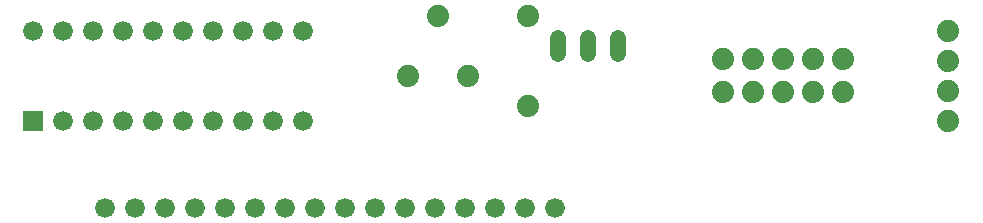
<source format=gbl>
G75*
%MOIN*%
%OFA0B0*%
%FSLAX25Y25*%
%IPPOS*%
%LPD*%
%AMOC8*
5,1,8,0,0,1.08239X$1,22.5*
%
%ADD10C,0.07400*%
%ADD11R,0.06600X0.06600*%
%ADD12C,0.06600*%
%ADD13C,0.05200*%
D10*
X0191750Y0181750D03*
X0171750Y0191750D03*
X0151750Y0191750D03*
X0161750Y0211750D03*
X0191750Y0211750D03*
X0256750Y0197250D03*
X0266750Y0197250D03*
X0276750Y0197250D03*
X0286750Y0197250D03*
X0296750Y0197250D03*
X0296750Y0186250D03*
X0286750Y0186250D03*
X0276750Y0186250D03*
X0266750Y0186250D03*
X0256750Y0186250D03*
X0331750Y0186750D03*
X0331750Y0176750D03*
X0331750Y0196750D03*
X0331750Y0206750D03*
D11*
X0026750Y0176750D03*
D12*
X0050766Y0147774D03*
X0060766Y0147774D03*
X0070766Y0147774D03*
X0080766Y0147774D03*
X0090766Y0147774D03*
X0100766Y0147774D03*
X0110766Y0147774D03*
X0120766Y0147774D03*
X0130766Y0147774D03*
X0140766Y0147774D03*
X0150766Y0147774D03*
X0160766Y0147774D03*
X0170766Y0147774D03*
X0180766Y0147774D03*
X0190766Y0147774D03*
X0200766Y0147774D03*
X0116750Y0176750D03*
X0106750Y0176750D03*
X0096750Y0176750D03*
X0086750Y0176750D03*
X0076750Y0176750D03*
X0066750Y0176750D03*
X0056750Y0176750D03*
X0046750Y0176750D03*
X0036750Y0176750D03*
X0036750Y0206750D03*
X0026750Y0206750D03*
X0046750Y0206750D03*
X0056750Y0206750D03*
X0066750Y0206750D03*
X0076750Y0206750D03*
X0086750Y0206750D03*
X0096750Y0206750D03*
X0106750Y0206750D03*
X0116750Y0206750D03*
D13*
X0201750Y0204350D02*
X0201750Y0199150D01*
X0211750Y0199150D02*
X0211750Y0204350D01*
X0221750Y0204350D02*
X0221750Y0199150D01*
M02*

</source>
